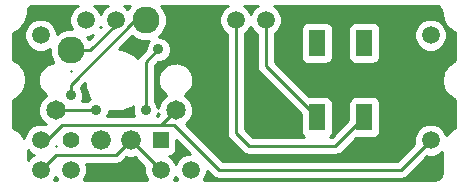
<source format=gtl>
G04 (created by PCBNEW (2013-may-18)-stable) date Sun 23 Aug 2015 06:19:44 PM EDT*
%MOIN*%
G04 Gerber Fmt 3.4, Leading zero omitted, Abs format*
%FSLAX34Y34*%
G01*
G70*
G90*
G04 APERTURE LIST*
%ADD10C,0.00590551*%
%ADD11C,0.065*%
%ADD12C,0.0590551*%
%ADD13C,0.066*%
%ADD14R,0.055X0.055*%
%ADD15C,0.055*%
%ADD16C,0.09*%
%ADD17R,0.0551X0.0906*%
%ADD18C,0.035*%
%ADD19C,0.01*%
G04 APERTURE END LIST*
G54D10*
G54D11*
X96000Y-44500D03*
X100000Y-44500D03*
G54D12*
X98000Y-41500D03*
X97000Y-41500D03*
X95500Y-45500D03*
X95500Y-42000D03*
X95500Y-46500D03*
X96500Y-46500D03*
X108500Y-42000D03*
X108500Y-45500D03*
X102000Y-41500D03*
X103000Y-41500D03*
G54D13*
X97500Y-45500D03*
X98500Y-45500D03*
G54D14*
X99500Y-45500D03*
G54D15*
X96500Y-45500D03*
G54D16*
X99000Y-41500D03*
X96500Y-42500D03*
G54D12*
X100500Y-46500D03*
X99500Y-46500D03*
G54D17*
X104712Y-44740D03*
X106287Y-42260D03*
X104713Y-42260D03*
X106287Y-44740D03*
G54D18*
X99425Y-42475D03*
X99000Y-44500D03*
X97350Y-44500D03*
X96500Y-44000D03*
G54D19*
X99425Y-42475D02*
X99000Y-42900D01*
X99000Y-42900D02*
X99000Y-44500D01*
X98500Y-45500D02*
X99500Y-46500D01*
X95500Y-46500D02*
X96000Y-46000D01*
X98000Y-46000D02*
X96300Y-46000D01*
X98000Y-46000D02*
X98500Y-45500D01*
X96000Y-46000D02*
X96300Y-46000D01*
X100700Y-45750D02*
X101450Y-46500D01*
X99500Y-45000D02*
X99950Y-45000D01*
X99950Y-45000D02*
X100700Y-45750D01*
X107500Y-46500D02*
X108500Y-45500D01*
X101450Y-46500D02*
X107500Y-46500D01*
X96700Y-45000D02*
X99500Y-45000D01*
X96225Y-45000D02*
X96700Y-45000D01*
X99500Y-45000D02*
X100000Y-44500D01*
X95500Y-45475D02*
X95750Y-45475D01*
X95750Y-45475D02*
X96225Y-45000D01*
X98000Y-41500D02*
X98000Y-41650D01*
X97150Y-42500D02*
X96500Y-42500D01*
X98000Y-41650D02*
X97150Y-42500D01*
X96000Y-44500D02*
X97350Y-44500D01*
X103000Y-41500D02*
X103000Y-43028D01*
X103000Y-43028D02*
X104712Y-44740D01*
X102000Y-41500D02*
X102000Y-45250D01*
X105327Y-45700D02*
X106287Y-44740D01*
X102450Y-45700D02*
X105327Y-45700D01*
X102000Y-45250D02*
X102450Y-45700D01*
X96500Y-43650D02*
X96500Y-44000D01*
X98650Y-41500D02*
X96500Y-43650D01*
X99000Y-41500D02*
X98650Y-41500D01*
G54D10*
G36*
X95282Y-45999D02*
X95191Y-46037D01*
X95069Y-46159D01*
X95069Y-45840D01*
X95190Y-45961D01*
X95282Y-45999D01*
X95282Y-45999D01*
G37*
G54D19*
X95282Y-45999D02*
X95191Y-46037D01*
X95069Y-46159D01*
X95069Y-45840D01*
X95190Y-45961D01*
X95282Y-45999D01*
G54D10*
G36*
X96014Y-45700D02*
X96007Y-45700D01*
X96010Y-45691D01*
X96014Y-45700D01*
X96014Y-45700D01*
G37*
G54D19*
X96014Y-45700D02*
X96007Y-45700D01*
X96010Y-45691D01*
X96014Y-45700D01*
G54D10*
G36*
X96059Y-46830D02*
X95940Y-46830D01*
X95961Y-46809D01*
X95999Y-46717D01*
X96037Y-46808D01*
X96059Y-46830D01*
X96059Y-46830D01*
G37*
G54D19*
X96059Y-46830D02*
X95940Y-46830D01*
X95961Y-46809D01*
X95999Y-46717D01*
X96037Y-46808D01*
X96059Y-46830D01*
G54D10*
G36*
X96525Y-43200D02*
X96517Y-43208D01*
X96513Y-43200D01*
X96525Y-43200D01*
X96525Y-43200D01*
G37*
G54D19*
X96525Y-43200D02*
X96517Y-43208D01*
X96513Y-43200D01*
X96525Y-43200D01*
G54D10*
G36*
X96734Y-41019D02*
X96691Y-41037D01*
X96538Y-41190D01*
X96454Y-41391D01*
X96454Y-41607D01*
X96533Y-41800D01*
X96361Y-41799D01*
X96104Y-41906D01*
X96045Y-41964D01*
X96045Y-41892D01*
X95962Y-41691D01*
X95809Y-41538D01*
X95608Y-41454D01*
X95392Y-41454D01*
X95191Y-41537D01*
X95038Y-41690D01*
X94954Y-41891D01*
X94954Y-42107D01*
X95037Y-42308D01*
X95190Y-42461D01*
X95391Y-42545D01*
X95607Y-42545D01*
X95800Y-42466D01*
X95799Y-42638D01*
X95906Y-42896D01*
X95925Y-42914D01*
X95884Y-42914D01*
X95871Y-42920D01*
X95857Y-42920D01*
X95691Y-42989D01*
X95689Y-42995D01*
X95669Y-43003D01*
X95504Y-43168D01*
X95495Y-43189D01*
X95489Y-43191D01*
X95454Y-43287D01*
X95415Y-43383D01*
X95415Y-43396D01*
X95410Y-43409D01*
X95414Y-43512D01*
X95414Y-43615D01*
X95420Y-43628D01*
X95420Y-43642D01*
X95489Y-43808D01*
X95495Y-43810D01*
X95503Y-43830D01*
X95668Y-43995D01*
X95689Y-44004D01*
X95689Y-44006D01*
X95674Y-44012D01*
X95512Y-44173D01*
X95425Y-44385D01*
X95424Y-44613D01*
X95512Y-44825D01*
X95664Y-44977D01*
X95608Y-44954D01*
X95392Y-44954D01*
X95191Y-45037D01*
X95038Y-45190D01*
X94954Y-45391D01*
X94954Y-45418D01*
X94884Y-45314D01*
X94810Y-45239D01*
X94809Y-45239D01*
X94656Y-45137D01*
X94656Y-45136D01*
X94569Y-45100D01*
X94569Y-44154D01*
X94634Y-44127D01*
X94780Y-44030D01*
X94854Y-43955D01*
X94855Y-43955D01*
X94951Y-43810D01*
X94952Y-43809D01*
X94992Y-43712D01*
X95027Y-43540D01*
X95027Y-43540D01*
X95027Y-43539D01*
X95027Y-43487D01*
X95027Y-43435D01*
X95027Y-43434D01*
X95027Y-43434D01*
X94992Y-43262D01*
X94952Y-43165D01*
X94951Y-43164D01*
X94855Y-43019D01*
X94854Y-43019D01*
X94780Y-42944D01*
X94634Y-42847D01*
X94569Y-42820D01*
X94569Y-41924D01*
X94656Y-41888D01*
X94656Y-41887D01*
X94809Y-41785D01*
X94810Y-41785D01*
X94884Y-41710D01*
X94988Y-41556D01*
X95028Y-41459D01*
X95028Y-41458D01*
X95064Y-41277D01*
X95064Y-41253D01*
X95064Y-41252D01*
X95088Y-41132D01*
X95125Y-41076D01*
X95183Y-41038D01*
X95275Y-41019D01*
X96734Y-41019D01*
X96734Y-41019D01*
G37*
G54D19*
X96734Y-41019D02*
X96691Y-41037D01*
X96538Y-41190D01*
X96454Y-41391D01*
X96454Y-41607D01*
X96533Y-41800D01*
X96361Y-41799D01*
X96104Y-41906D01*
X96045Y-41964D01*
X96045Y-41892D01*
X95962Y-41691D01*
X95809Y-41538D01*
X95608Y-41454D01*
X95392Y-41454D01*
X95191Y-41537D01*
X95038Y-41690D01*
X94954Y-41891D01*
X94954Y-42107D01*
X95037Y-42308D01*
X95190Y-42461D01*
X95391Y-42545D01*
X95607Y-42545D01*
X95800Y-42466D01*
X95799Y-42638D01*
X95906Y-42896D01*
X95925Y-42914D01*
X95884Y-42914D01*
X95871Y-42920D01*
X95857Y-42920D01*
X95691Y-42989D01*
X95689Y-42995D01*
X95669Y-43003D01*
X95504Y-43168D01*
X95495Y-43189D01*
X95489Y-43191D01*
X95454Y-43287D01*
X95415Y-43383D01*
X95415Y-43396D01*
X95410Y-43409D01*
X95414Y-43512D01*
X95414Y-43615D01*
X95420Y-43628D01*
X95420Y-43642D01*
X95489Y-43808D01*
X95495Y-43810D01*
X95503Y-43830D01*
X95668Y-43995D01*
X95689Y-44004D01*
X95689Y-44006D01*
X95674Y-44012D01*
X95512Y-44173D01*
X95425Y-44385D01*
X95424Y-44613D01*
X95512Y-44825D01*
X95664Y-44977D01*
X95608Y-44954D01*
X95392Y-44954D01*
X95191Y-45037D01*
X95038Y-45190D01*
X94954Y-45391D01*
X94954Y-45418D01*
X94884Y-45314D01*
X94810Y-45239D01*
X94809Y-45239D01*
X94656Y-45137D01*
X94656Y-45136D01*
X94569Y-45100D01*
X94569Y-44154D01*
X94634Y-44127D01*
X94780Y-44030D01*
X94854Y-43955D01*
X94855Y-43955D01*
X94951Y-43810D01*
X94952Y-43809D01*
X94992Y-43712D01*
X95027Y-43540D01*
X95027Y-43540D01*
X95027Y-43539D01*
X95027Y-43487D01*
X95027Y-43435D01*
X95027Y-43434D01*
X95027Y-43434D01*
X94992Y-43262D01*
X94952Y-43165D01*
X94951Y-43164D01*
X94855Y-43019D01*
X94854Y-43019D01*
X94780Y-42944D01*
X94634Y-42847D01*
X94569Y-42820D01*
X94569Y-41924D01*
X94656Y-41888D01*
X94656Y-41887D01*
X94809Y-41785D01*
X94810Y-41785D01*
X94884Y-41710D01*
X94988Y-41556D01*
X95028Y-41459D01*
X95028Y-41458D01*
X95064Y-41277D01*
X95064Y-41253D01*
X95064Y-41252D01*
X95088Y-41132D01*
X95125Y-41076D01*
X95183Y-41038D01*
X95275Y-41019D01*
X96734Y-41019D01*
G54D10*
G36*
X97156Y-44120D02*
X97109Y-44139D01*
X97048Y-44200D01*
X96877Y-44200D01*
X96924Y-44084D01*
X96925Y-43915D01*
X96860Y-43759D01*
X96837Y-43736D01*
X96964Y-43609D01*
X96964Y-43704D01*
X96966Y-43709D01*
X96966Y-43714D01*
X97117Y-44079D01*
X97119Y-44080D01*
X97122Y-44085D01*
X97156Y-44120D01*
X97156Y-44120D01*
G37*
G54D19*
X97156Y-44120D02*
X97109Y-44139D01*
X97048Y-44200D01*
X96877Y-44200D01*
X96924Y-44084D01*
X96925Y-43915D01*
X96860Y-43759D01*
X96837Y-43736D01*
X96964Y-43609D01*
X96964Y-43704D01*
X96966Y-43709D01*
X96966Y-43714D01*
X97117Y-44079D01*
X97119Y-44080D01*
X97122Y-44085D01*
X97156Y-44120D01*
G54D10*
G36*
X97231Y-41994D02*
X97101Y-42123D01*
X97093Y-42104D01*
X97035Y-42045D01*
X97107Y-42045D01*
X97231Y-41994D01*
X97231Y-41994D01*
G37*
G54D19*
X97231Y-41994D02*
X97101Y-42123D01*
X97093Y-42104D01*
X97035Y-42045D01*
X97107Y-42045D01*
X97231Y-41994D01*
G54D10*
G36*
X97502Y-41723D02*
X97494Y-41731D01*
X97499Y-41717D01*
X97502Y-41723D01*
X97502Y-41723D01*
G37*
G54D19*
X97502Y-41723D02*
X97494Y-41731D01*
X97499Y-41717D01*
X97502Y-41723D01*
G54D10*
G36*
X97734Y-41019D02*
X97691Y-41037D01*
X97538Y-41190D01*
X97500Y-41282D01*
X97462Y-41191D01*
X97309Y-41038D01*
X97265Y-41019D01*
X97734Y-41019D01*
X97734Y-41019D01*
G37*
G54D19*
X97734Y-41019D02*
X97691Y-41037D01*
X97538Y-41190D01*
X97500Y-41282D01*
X97462Y-41191D01*
X97309Y-41038D01*
X97265Y-41019D01*
X97734Y-41019D01*
G54D10*
G36*
X98490Y-41019D02*
X98406Y-41102D01*
X98397Y-41126D01*
X98309Y-41038D01*
X98265Y-41019D01*
X98490Y-41019D01*
X98490Y-41019D01*
G37*
G54D19*
X98490Y-41019D02*
X98406Y-41102D01*
X98397Y-41126D01*
X98309Y-41038D01*
X98265Y-41019D01*
X98490Y-41019D01*
G54D10*
G36*
X98622Y-44700D02*
X97727Y-44700D01*
X97774Y-44584D01*
X97774Y-44527D01*
X97793Y-44534D01*
X97798Y-44534D01*
X97802Y-44536D01*
X98003Y-44535D01*
X98204Y-44535D01*
X98209Y-44533D01*
X98214Y-44533D01*
X98579Y-44382D01*
X98580Y-44380D01*
X98585Y-44377D01*
X98594Y-44369D01*
X98575Y-44415D01*
X98574Y-44584D01*
X98622Y-44700D01*
X98622Y-44700D01*
G37*
G54D19*
X98622Y-44700D02*
X97727Y-44700D01*
X97774Y-44584D01*
X97774Y-44527D01*
X97793Y-44534D01*
X97798Y-44534D01*
X97802Y-44536D01*
X98003Y-44535D01*
X98204Y-44535D01*
X98209Y-44533D01*
X98214Y-44533D01*
X98579Y-44382D01*
X98580Y-44380D01*
X98585Y-44377D01*
X98594Y-44369D01*
X98575Y-44415D01*
X98574Y-44584D01*
X98622Y-44700D01*
G54D10*
G36*
X99059Y-46830D02*
X96940Y-46830D01*
X96961Y-46809D01*
X97045Y-46608D01*
X97045Y-46392D01*
X97007Y-46300D01*
X98000Y-46300D01*
X98000Y-46299D01*
X98114Y-46277D01*
X98114Y-46277D01*
X98212Y-46212D01*
X98356Y-46068D01*
X98384Y-46079D01*
X98614Y-46080D01*
X98643Y-46068D01*
X98958Y-46382D01*
X98954Y-46391D01*
X98954Y-46607D01*
X99037Y-46808D01*
X99059Y-46830D01*
X99059Y-46830D01*
G37*
G54D19*
X99059Y-46830D02*
X96940Y-46830D01*
X96961Y-46809D01*
X97045Y-46608D01*
X97045Y-46392D01*
X97007Y-46300D01*
X98000Y-46300D01*
X98000Y-46299D01*
X98114Y-46277D01*
X98114Y-46277D01*
X98212Y-46212D01*
X98356Y-46068D01*
X98384Y-46079D01*
X98614Y-46080D01*
X98643Y-46068D01*
X98958Y-46382D01*
X98954Y-46391D01*
X98954Y-46607D01*
X99037Y-46808D01*
X99059Y-46830D01*
G54D10*
G36*
X99098Y-42200D02*
X99064Y-42233D01*
X99000Y-42390D01*
X98999Y-42475D01*
X98787Y-42687D01*
X98733Y-42769D01*
X98587Y-42623D01*
X98580Y-42620D01*
X98579Y-42617D01*
X98392Y-42542D01*
X98206Y-42465D01*
X98201Y-42465D01*
X98197Y-42463D01*
X98110Y-42464D01*
X98542Y-42032D01*
X98602Y-42093D01*
X98860Y-42199D01*
X99098Y-42200D01*
X99098Y-42200D01*
G37*
G54D19*
X99098Y-42200D02*
X99064Y-42233D01*
X99000Y-42390D01*
X98999Y-42475D01*
X98787Y-42687D01*
X98733Y-42769D01*
X98587Y-42623D01*
X98580Y-42620D01*
X98579Y-42617D01*
X98392Y-42542D01*
X98206Y-42465D01*
X98201Y-42465D01*
X98197Y-42463D01*
X98110Y-42464D01*
X98542Y-42032D01*
X98602Y-42093D01*
X98860Y-42199D01*
X99098Y-42200D01*
G54D10*
G36*
X99435Y-44640D02*
X99378Y-44697D01*
X99424Y-44584D01*
X99424Y-44613D01*
X99435Y-44640D01*
X99435Y-44640D01*
G37*
G54D19*
X99435Y-44640D02*
X99378Y-44697D01*
X99424Y-44584D01*
X99424Y-44613D01*
X99435Y-44640D01*
G54D10*
G36*
X100059Y-46830D02*
X99940Y-46830D01*
X99961Y-46809D01*
X99999Y-46717D01*
X100037Y-46808D01*
X100059Y-46830D01*
X100059Y-46830D01*
G37*
G54D19*
X100059Y-46830D02*
X99940Y-46830D01*
X99961Y-46809D01*
X99999Y-46717D01*
X100037Y-46808D01*
X100059Y-46830D01*
G54D10*
G36*
X100480Y-45954D02*
X100392Y-45954D01*
X100191Y-46037D01*
X100038Y-46190D01*
X100000Y-46282D01*
X99962Y-46191D01*
X99809Y-46038D01*
X99778Y-46025D01*
X99824Y-46025D01*
X99916Y-45987D01*
X99986Y-45916D01*
X100024Y-45824D01*
X100025Y-45725D01*
X100025Y-45499D01*
X100480Y-45954D01*
X100480Y-45954D01*
G37*
G54D19*
X100480Y-45954D02*
X100392Y-45954D01*
X100191Y-46037D01*
X100038Y-46190D01*
X100000Y-46282D01*
X99962Y-46191D01*
X99809Y-46038D01*
X99778Y-46025D01*
X99824Y-46025D01*
X99916Y-45987D01*
X99986Y-45916D01*
X100024Y-45824D01*
X100025Y-45725D01*
X100025Y-45499D01*
X100480Y-45954D01*
G54D10*
G36*
X102734Y-41019D02*
X102691Y-41037D01*
X102538Y-41190D01*
X102500Y-41282D01*
X102462Y-41191D01*
X102309Y-41038D01*
X102265Y-41019D01*
X102734Y-41019D01*
X102734Y-41019D01*
G37*
G54D19*
X102734Y-41019D02*
X102691Y-41037D01*
X102538Y-41190D01*
X102500Y-41282D01*
X102462Y-41191D01*
X102309Y-41038D01*
X102265Y-41019D01*
X102734Y-41019D01*
G54D10*
G36*
X104289Y-45400D02*
X102574Y-45400D01*
X102300Y-45125D01*
X102300Y-41966D01*
X102308Y-41962D01*
X102461Y-41809D01*
X102499Y-41717D01*
X102537Y-41808D01*
X102690Y-41961D01*
X102700Y-41965D01*
X102700Y-43028D01*
X102722Y-43142D01*
X102787Y-43240D01*
X104186Y-44638D01*
X104186Y-45242D01*
X104224Y-45334D01*
X104289Y-45400D01*
X104289Y-45400D01*
G37*
G54D19*
X104289Y-45400D02*
X102574Y-45400D01*
X102300Y-45125D01*
X102300Y-41966D01*
X102308Y-41962D01*
X102461Y-41809D01*
X102499Y-41717D01*
X102537Y-41808D01*
X102690Y-41961D01*
X102700Y-41965D01*
X102700Y-43028D01*
X102722Y-43142D01*
X102787Y-43240D01*
X104186Y-44638D01*
X104186Y-45242D01*
X104224Y-45334D01*
X104289Y-45400D01*
G54D10*
G36*
X108880Y-46572D02*
X108857Y-46685D01*
X108808Y-46759D01*
X108735Y-46808D01*
X108623Y-46830D01*
X100940Y-46830D01*
X100961Y-46809D01*
X101045Y-46608D01*
X101045Y-46519D01*
X101237Y-46712D01*
X101237Y-46712D01*
X101335Y-46777D01*
X101449Y-46799D01*
X101450Y-46800D01*
X107500Y-46800D01*
X107500Y-46799D01*
X107614Y-46777D01*
X107614Y-46777D01*
X107712Y-46712D01*
X108382Y-46041D01*
X108391Y-46045D01*
X108607Y-46045D01*
X108808Y-45962D01*
X108880Y-45890D01*
X108880Y-46572D01*
X108880Y-46572D01*
G37*
G54D19*
X108880Y-46572D02*
X108857Y-46685D01*
X108808Y-46759D01*
X108735Y-46808D01*
X108623Y-46830D01*
X100940Y-46830D01*
X100961Y-46809D01*
X101045Y-46608D01*
X101045Y-46519D01*
X101237Y-46712D01*
X101237Y-46712D01*
X101335Y-46777D01*
X101449Y-46799D01*
X101450Y-46800D01*
X107500Y-46800D01*
X107500Y-46799D01*
X107614Y-46777D01*
X107614Y-46777D01*
X107712Y-46712D01*
X108382Y-46041D01*
X108391Y-46045D01*
X108607Y-46045D01*
X108808Y-45962D01*
X108880Y-45890D01*
X108880Y-46572D01*
G54D10*
G36*
X109330Y-45088D02*
X109277Y-45110D01*
X109277Y-45110D01*
X109132Y-45207D01*
X109131Y-45207D01*
X109057Y-45282D01*
X109021Y-45335D01*
X108962Y-45191D01*
X108809Y-45038D01*
X108608Y-44954D01*
X108392Y-44954D01*
X108191Y-45037D01*
X108038Y-45190D01*
X107954Y-45391D01*
X107954Y-45607D01*
X107958Y-45617D01*
X107375Y-46200D01*
X101574Y-46200D01*
X100912Y-45537D01*
X100912Y-45537D01*
X100912Y-45537D01*
X100343Y-44969D01*
X100487Y-44826D01*
X100574Y-44614D01*
X100575Y-44386D01*
X100487Y-44174D01*
X100326Y-44012D01*
X100310Y-44006D01*
X100310Y-44004D01*
X100330Y-43996D01*
X100495Y-43831D01*
X100504Y-43810D01*
X100510Y-43808D01*
X100545Y-43712D01*
X100584Y-43616D01*
X100584Y-43603D01*
X100589Y-43590D01*
X100585Y-43487D01*
X100585Y-43384D01*
X100579Y-43371D01*
X100579Y-43357D01*
X100510Y-43191D01*
X100504Y-43189D01*
X100496Y-43169D01*
X100331Y-43004D01*
X100310Y-42995D01*
X100308Y-42989D01*
X100212Y-42954D01*
X100116Y-42915D01*
X100103Y-42915D01*
X100090Y-42910D01*
X99987Y-42914D01*
X99884Y-42914D01*
X99871Y-42920D01*
X99857Y-42920D01*
X99691Y-42989D01*
X99689Y-42995D01*
X99669Y-43003D01*
X99504Y-43168D01*
X99495Y-43189D01*
X99489Y-43191D01*
X99454Y-43287D01*
X99415Y-43383D01*
X99415Y-43396D01*
X99410Y-43409D01*
X99414Y-43512D01*
X99414Y-43615D01*
X99420Y-43628D01*
X99420Y-43642D01*
X99489Y-43808D01*
X99495Y-43810D01*
X99503Y-43830D01*
X99668Y-43995D01*
X99689Y-44004D01*
X99689Y-44006D01*
X99674Y-44012D01*
X99512Y-44173D01*
X99425Y-44385D01*
X99425Y-44415D01*
X99360Y-44259D01*
X99300Y-44198D01*
X99300Y-43024D01*
X99424Y-42899D01*
X99509Y-42900D01*
X99665Y-42835D01*
X99785Y-42716D01*
X99849Y-42559D01*
X99850Y-42390D01*
X99785Y-42234D01*
X99666Y-42114D01*
X99509Y-42050D01*
X99439Y-42050D01*
X99593Y-41897D01*
X99699Y-41639D01*
X99700Y-41361D01*
X99593Y-41104D01*
X99509Y-41019D01*
X101734Y-41019D01*
X101691Y-41037D01*
X101538Y-41190D01*
X101454Y-41391D01*
X101454Y-41607D01*
X101537Y-41808D01*
X101690Y-41961D01*
X101700Y-41965D01*
X101700Y-45250D01*
X101722Y-45364D01*
X101787Y-45462D01*
X102237Y-45912D01*
X102335Y-45977D01*
X102450Y-46000D01*
X105327Y-46000D01*
X105327Y-45999D01*
X105441Y-45977D01*
X105441Y-45977D01*
X105539Y-45912D01*
X106008Y-45442D01*
X106061Y-45443D01*
X106612Y-45443D01*
X106703Y-45405D01*
X106774Y-45334D01*
X106812Y-45242D01*
X106812Y-45143D01*
X106812Y-44237D01*
X106812Y-42762D01*
X106812Y-42674D01*
X106812Y-42663D01*
X106812Y-41757D01*
X106774Y-41665D01*
X106704Y-41595D01*
X106612Y-41557D01*
X106512Y-41556D01*
X106061Y-41556D01*
X105961Y-41556D01*
X105961Y-41557D01*
X105961Y-41557D01*
X105915Y-41576D01*
X105870Y-41594D01*
X105869Y-41595D01*
X105869Y-41595D01*
X105834Y-41630D01*
X105799Y-41665D01*
X105799Y-41665D01*
X105799Y-41665D01*
X105780Y-41711D01*
X105761Y-41757D01*
X105761Y-41757D01*
X105761Y-41757D01*
X105761Y-41845D01*
X105761Y-41856D01*
X105761Y-42762D01*
X105799Y-42854D01*
X105869Y-42924D01*
X105961Y-42962D01*
X106061Y-42963D01*
X106512Y-42963D01*
X106612Y-42963D01*
X106612Y-42962D01*
X106612Y-42962D01*
X106658Y-42943D01*
X106703Y-42925D01*
X106704Y-42924D01*
X106704Y-42924D01*
X106739Y-42889D01*
X106774Y-42854D01*
X106774Y-42854D01*
X106774Y-42854D01*
X106793Y-42808D01*
X106812Y-42762D01*
X106812Y-42762D01*
X106812Y-42762D01*
X106812Y-44237D01*
X106774Y-44145D01*
X106704Y-44075D01*
X106612Y-44037D01*
X106512Y-44036D01*
X105961Y-44036D01*
X105870Y-44074D01*
X105799Y-44145D01*
X105761Y-44237D01*
X105761Y-44336D01*
X105761Y-44841D01*
X105238Y-45364D01*
X105238Y-42762D01*
X105238Y-42674D01*
X105238Y-42663D01*
X105238Y-41757D01*
X105200Y-41665D01*
X105130Y-41595D01*
X105038Y-41557D01*
X104938Y-41556D01*
X104487Y-41556D01*
X104387Y-41556D01*
X104387Y-41557D01*
X104387Y-41557D01*
X104341Y-41576D01*
X104296Y-41594D01*
X104295Y-41595D01*
X104295Y-41595D01*
X104260Y-41630D01*
X104225Y-41665D01*
X104225Y-41665D01*
X104225Y-41665D01*
X104206Y-41711D01*
X104187Y-41757D01*
X104187Y-41757D01*
X104187Y-41757D01*
X104187Y-41845D01*
X104187Y-41856D01*
X104187Y-42762D01*
X104225Y-42854D01*
X104295Y-42924D01*
X104387Y-42962D01*
X104487Y-42963D01*
X104938Y-42963D01*
X105038Y-42963D01*
X105038Y-42962D01*
X105038Y-42962D01*
X105084Y-42943D01*
X105129Y-42925D01*
X105130Y-42924D01*
X105130Y-42924D01*
X105165Y-42889D01*
X105200Y-42854D01*
X105200Y-42854D01*
X105200Y-42854D01*
X105219Y-42808D01*
X105238Y-42762D01*
X105238Y-42762D01*
X105238Y-42762D01*
X105238Y-45364D01*
X105202Y-45400D01*
X105134Y-45400D01*
X105199Y-45334D01*
X105237Y-45242D01*
X105237Y-45143D01*
X105237Y-44237D01*
X105199Y-44145D01*
X105129Y-44075D01*
X105037Y-44037D01*
X104937Y-44036D01*
X104433Y-44036D01*
X103300Y-42903D01*
X103300Y-41966D01*
X103308Y-41962D01*
X103461Y-41809D01*
X103545Y-41608D01*
X103545Y-41392D01*
X103462Y-41191D01*
X103309Y-41038D01*
X103265Y-41019D01*
X108623Y-41019D01*
X108735Y-41041D01*
X108808Y-41090D01*
X108857Y-41164D01*
X108885Y-41302D01*
X108885Y-41303D01*
X108919Y-41473D01*
X108919Y-41474D01*
X108959Y-41571D01*
X109057Y-41717D01*
X109131Y-41792D01*
X109132Y-41792D01*
X109277Y-41889D01*
X109277Y-41889D01*
X109330Y-41911D01*
X109330Y-42838D01*
X109277Y-42860D01*
X109277Y-42860D01*
X109132Y-42957D01*
X109131Y-42957D01*
X109057Y-43032D01*
X109045Y-43049D01*
X109045Y-41892D01*
X108962Y-41691D01*
X108809Y-41538D01*
X108608Y-41454D01*
X108392Y-41454D01*
X108191Y-41537D01*
X108038Y-41690D01*
X107954Y-41891D01*
X107954Y-42107D01*
X108037Y-42308D01*
X108190Y-42461D01*
X108391Y-42545D01*
X108607Y-42545D01*
X108808Y-42462D01*
X108961Y-42309D01*
X109045Y-42108D01*
X109045Y-41892D01*
X109045Y-43049D01*
X108959Y-43178D01*
X108919Y-43275D01*
X108919Y-43276D01*
X108885Y-43447D01*
X108885Y-43447D01*
X108885Y-43447D01*
X108885Y-43500D01*
X108885Y-43552D01*
X108885Y-43552D01*
X108885Y-43552D01*
X108919Y-43723D01*
X108919Y-43724D01*
X108959Y-43821D01*
X109057Y-43967D01*
X109131Y-44042D01*
X109132Y-44042D01*
X109277Y-44139D01*
X109277Y-44139D01*
X109330Y-44161D01*
X109330Y-45088D01*
X109330Y-45088D01*
G37*
G54D19*
X109330Y-45088D02*
X109277Y-45110D01*
X109277Y-45110D01*
X109132Y-45207D01*
X109131Y-45207D01*
X109057Y-45282D01*
X109021Y-45335D01*
X108962Y-45191D01*
X108809Y-45038D01*
X108608Y-44954D01*
X108392Y-44954D01*
X108191Y-45037D01*
X108038Y-45190D01*
X107954Y-45391D01*
X107954Y-45607D01*
X107958Y-45617D01*
X107375Y-46200D01*
X101574Y-46200D01*
X100912Y-45537D01*
X100912Y-45537D01*
X100912Y-45537D01*
X100343Y-44969D01*
X100487Y-44826D01*
X100574Y-44614D01*
X100575Y-44386D01*
X100487Y-44174D01*
X100326Y-44012D01*
X100310Y-44006D01*
X100310Y-44004D01*
X100330Y-43996D01*
X100495Y-43831D01*
X100504Y-43810D01*
X100510Y-43808D01*
X100545Y-43712D01*
X100584Y-43616D01*
X100584Y-43603D01*
X100589Y-43590D01*
X100585Y-43487D01*
X100585Y-43384D01*
X100579Y-43371D01*
X100579Y-43357D01*
X100510Y-43191D01*
X100504Y-43189D01*
X100496Y-43169D01*
X100331Y-43004D01*
X100310Y-42995D01*
X100308Y-42989D01*
X100212Y-42954D01*
X100116Y-42915D01*
X100103Y-42915D01*
X100090Y-42910D01*
X99987Y-42914D01*
X99884Y-42914D01*
X99871Y-42920D01*
X99857Y-42920D01*
X99691Y-42989D01*
X99689Y-42995D01*
X99669Y-43003D01*
X99504Y-43168D01*
X99495Y-43189D01*
X99489Y-43191D01*
X99454Y-43287D01*
X99415Y-43383D01*
X99415Y-43396D01*
X99410Y-43409D01*
X99414Y-43512D01*
X99414Y-43615D01*
X99420Y-43628D01*
X99420Y-43642D01*
X99489Y-43808D01*
X99495Y-43810D01*
X99503Y-43830D01*
X99668Y-43995D01*
X99689Y-44004D01*
X99689Y-44006D01*
X99674Y-44012D01*
X99512Y-44173D01*
X99425Y-44385D01*
X99425Y-44415D01*
X99360Y-44259D01*
X99300Y-44198D01*
X99300Y-43024D01*
X99424Y-42899D01*
X99509Y-42900D01*
X99665Y-42835D01*
X99785Y-42716D01*
X99849Y-42559D01*
X99850Y-42390D01*
X99785Y-42234D01*
X99666Y-42114D01*
X99509Y-42050D01*
X99439Y-42050D01*
X99593Y-41897D01*
X99699Y-41639D01*
X99700Y-41361D01*
X99593Y-41104D01*
X99509Y-41019D01*
X101734Y-41019D01*
X101691Y-41037D01*
X101538Y-41190D01*
X101454Y-41391D01*
X101454Y-41607D01*
X101537Y-41808D01*
X101690Y-41961D01*
X101700Y-41965D01*
X101700Y-45250D01*
X101722Y-45364D01*
X101787Y-45462D01*
X102237Y-45912D01*
X102335Y-45977D01*
X102450Y-46000D01*
X105327Y-46000D01*
X105327Y-45999D01*
X105441Y-45977D01*
X105441Y-45977D01*
X105539Y-45912D01*
X106008Y-45442D01*
X106061Y-45443D01*
X106612Y-45443D01*
X106703Y-45405D01*
X106774Y-45334D01*
X106812Y-45242D01*
X106812Y-45143D01*
X106812Y-44237D01*
X106812Y-42762D01*
X106812Y-42674D01*
X106812Y-42663D01*
X106812Y-41757D01*
X106774Y-41665D01*
X106704Y-41595D01*
X106612Y-41557D01*
X106512Y-41556D01*
X106061Y-41556D01*
X105961Y-41556D01*
X105961Y-41557D01*
X105961Y-41557D01*
X105915Y-41576D01*
X105870Y-41594D01*
X105869Y-41595D01*
X105869Y-41595D01*
X105834Y-41630D01*
X105799Y-41665D01*
X105799Y-41665D01*
X105799Y-41665D01*
X105780Y-41711D01*
X105761Y-41757D01*
X105761Y-41757D01*
X105761Y-41757D01*
X105761Y-41845D01*
X105761Y-41856D01*
X105761Y-42762D01*
X105799Y-42854D01*
X105869Y-42924D01*
X105961Y-42962D01*
X106061Y-42963D01*
X106512Y-42963D01*
X106612Y-42963D01*
X106612Y-42962D01*
X106612Y-42962D01*
X106658Y-42943D01*
X106703Y-42925D01*
X106704Y-42924D01*
X106704Y-42924D01*
X106739Y-42889D01*
X106774Y-42854D01*
X106774Y-42854D01*
X106774Y-42854D01*
X106793Y-42808D01*
X106812Y-42762D01*
X106812Y-42762D01*
X106812Y-42762D01*
X106812Y-44237D01*
X106774Y-44145D01*
X106704Y-44075D01*
X106612Y-44037D01*
X106512Y-44036D01*
X105961Y-44036D01*
X105870Y-44074D01*
X105799Y-44145D01*
X105761Y-44237D01*
X105761Y-44336D01*
X105761Y-44841D01*
X105238Y-45364D01*
X105238Y-42762D01*
X105238Y-42674D01*
X105238Y-42663D01*
X105238Y-41757D01*
X105200Y-41665D01*
X105130Y-41595D01*
X105038Y-41557D01*
X104938Y-41556D01*
X104487Y-41556D01*
X104387Y-41556D01*
X104387Y-41557D01*
X104387Y-41557D01*
X104341Y-41576D01*
X104296Y-41594D01*
X104295Y-41595D01*
X104295Y-41595D01*
X104260Y-41630D01*
X104225Y-41665D01*
X104225Y-41665D01*
X104225Y-41665D01*
X104206Y-41711D01*
X104187Y-41757D01*
X104187Y-41757D01*
X104187Y-41757D01*
X104187Y-41845D01*
X104187Y-41856D01*
X104187Y-42762D01*
X104225Y-42854D01*
X104295Y-42924D01*
X104387Y-42962D01*
X104487Y-42963D01*
X104938Y-42963D01*
X105038Y-42963D01*
X105038Y-42962D01*
X105038Y-42962D01*
X105084Y-42943D01*
X105129Y-42925D01*
X105130Y-42924D01*
X105130Y-42924D01*
X105165Y-42889D01*
X105200Y-42854D01*
X105200Y-42854D01*
X105200Y-42854D01*
X105219Y-42808D01*
X105238Y-42762D01*
X105238Y-42762D01*
X105238Y-42762D01*
X105238Y-45364D01*
X105202Y-45400D01*
X105134Y-45400D01*
X105199Y-45334D01*
X105237Y-45242D01*
X105237Y-45143D01*
X105237Y-44237D01*
X105199Y-44145D01*
X105129Y-44075D01*
X105037Y-44037D01*
X104937Y-44036D01*
X104433Y-44036D01*
X103300Y-42903D01*
X103300Y-41966D01*
X103308Y-41962D01*
X103461Y-41809D01*
X103545Y-41608D01*
X103545Y-41392D01*
X103462Y-41191D01*
X103309Y-41038D01*
X103265Y-41019D01*
X108623Y-41019D01*
X108735Y-41041D01*
X108808Y-41090D01*
X108857Y-41164D01*
X108885Y-41302D01*
X108885Y-41303D01*
X108919Y-41473D01*
X108919Y-41474D01*
X108959Y-41571D01*
X109057Y-41717D01*
X109131Y-41792D01*
X109132Y-41792D01*
X109277Y-41889D01*
X109277Y-41889D01*
X109330Y-41911D01*
X109330Y-42838D01*
X109277Y-42860D01*
X109277Y-42860D01*
X109132Y-42957D01*
X109131Y-42957D01*
X109057Y-43032D01*
X109045Y-43049D01*
X109045Y-41892D01*
X108962Y-41691D01*
X108809Y-41538D01*
X108608Y-41454D01*
X108392Y-41454D01*
X108191Y-41537D01*
X108038Y-41690D01*
X107954Y-41891D01*
X107954Y-42107D01*
X108037Y-42308D01*
X108190Y-42461D01*
X108391Y-42545D01*
X108607Y-42545D01*
X108808Y-42462D01*
X108961Y-42309D01*
X109045Y-42108D01*
X109045Y-41892D01*
X109045Y-43049D01*
X108959Y-43178D01*
X108919Y-43275D01*
X108919Y-43276D01*
X108885Y-43447D01*
X108885Y-43447D01*
X108885Y-43447D01*
X108885Y-43500D01*
X108885Y-43552D01*
X108885Y-43552D01*
X108885Y-43552D01*
X108919Y-43723D01*
X108919Y-43724D01*
X108959Y-43821D01*
X109057Y-43967D01*
X109131Y-44042D01*
X109132Y-44042D01*
X109277Y-44139D01*
X109277Y-44139D01*
X109330Y-44161D01*
X109330Y-45088D01*
M02*

</source>
